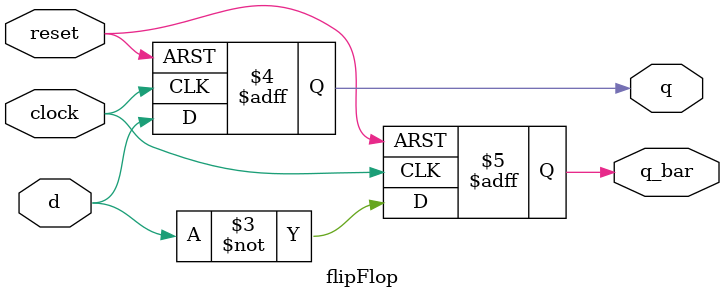
<source format=v>
`timescale 1ns/1ps

module flipFlop(
    input d,clock,reset,
    output q, q_bar);
    reg q,q_bar;

    always @ (posedge clock or negedge reset)
        begin
        if(reset == 0) begin
            q<=0;
            q_bar<= 1;
        end
        else begin
            q<=d;
            q_bar <= ~d;
        end
    end
endmodule
</source>
